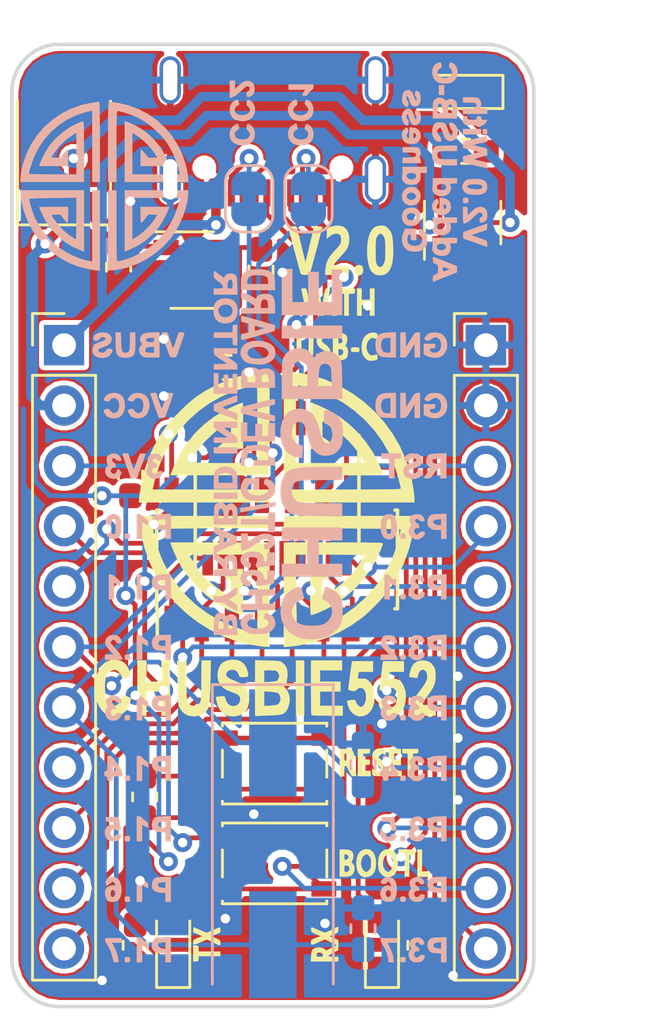
<source format=kicad_pcb>
(kicad_pcb (version 20171130) (host pcbnew "(5.0.0)")
  (layers (0 F.Cu signal) (31 B.Cu signal) (34 B.Paste user hide) (35 F.Paste user hide) (36 B.SilkS user) (37 F.SilkS user) (38 B.Mask user hide) (39 F.Mask user hide) (44 Edge.Cuts user))
  (net 0 "")
  (net 1 VCC)
  (net 2 /RESET)
  (net 3 "Net-(D3-Pad2)")
  (net 4 /P3.0)
  (net 5 /P3.1)
  (net 6 GND)
  (net 7 /P3.6)
  (net 8 /P1.5)
  (net 9 +3V3)
  (net 10 /P1.2)
  (net 11 /P1.3)
  (net 12 /P3.7)
  (net 13 /P3.5)
  (net 14 /P3.4)
  (net 15 /P3.3)
  (net 16 /P1.1)
  (net 17 /P1.0)
  (net 18 /P1.7)
  (net 19 /P1.6)
  (net 20 /P1.4)
  (net 21 /P3.2)
  (net 22 "Net-(D2-Pad1)")
  (net 23 "Net-(D1-Pad1)")
  (net 24 /CC1)
  (net 25 "Net-(J3-PadB8)")
  (net 26 "Net-(J3-PadA8)")
  (net 27 /CC2)
  (net 28 VBUS)
  (net 29 "Net-(U3-Pad4)")
  (module Package_TO_SOT_SMD:SOT-23-5 (layer F.Cu) (at 81.6 70.5)
    (fp_text reference U3 hide)
    (fp_text value MIC5504-3.3YM5)
    (pad 1 smd rect (at -1.1 -0.95) (size 1.06 0.65) (layers F.Cu F.Paste F.Mask) (net 1 VCC))
    (pad 2 smd rect (at -1.1 0) (size 1.06 0.65) (layers F.Cu F.Paste F.Mask) (net 6 GND))
    (pad 3 smd rect (at -1.1 0.95) (size 1.06 0.65) (layers F.Cu F.Paste F.Mask) (net 1 VCC))
    (pad 4 smd rect (at 1.1 0.95) (size 1.06 0.65) (layers F.Cu F.Paste F.Mask) (net 29 "Net-(U3-Pad4)"))
    (pad 5 smd rect (at 1.1 -0.95) (size 1.06 0.65) (layers F.Cu F.Paste F.Mask) (net 9 +3V3))
  )
  (module Capacitor_SMD:C_0603_1608Metric_Pad1.05x0.95mm_HandSolder (layer F.Cu) (at 79 79.125 90)
    (fp_text reference C1 hide)
    (fp_text value 100nF hide)
    (pad 2 smd roundrect (at 0.875 0 90) (size 1.05 0.95) (layers F.Cu F.Paste F.Mask) (net 6 GND))
    (pad 1 smd roundrect (at -0.875 0 90) (size 1.05 0.95) (layers F.Cu F.Paste F.Mask) (net 1 VCC))
  )
  (module Capacitor_SMD:C_0603_1608Metric_Pad1.05x0.95mm_HandSolder (layer F.Cu) (at 84.5 70.5 270)
    (fp_text reference C7 hide)
    (fp_text value 1uF)
    (pad 1 smd roundrect (at -0.875 0 270) (size 1.05 0.95) (layers F.Cu F.Paste F.Mask) (net 9 +3V3))
    (pad 2 smd roundrect (at 0.875 0 270) (size 1.05 0.95) (layers F.Cu F.Paste F.Mask) (net 6 GND))
  )
  (module Connector_PinHeader_2.54mm:PinHeader_1x11_P2.54mm_Vertical (layer F.Cu) (at 76.2 73.66)
    (fp_text reference J1 hide)
    (fp_text value Conn_01x11_Male hide)
    (pad 11 thru_hole oval (at 0 25.4) (size 1.7 1.7) (drill 1) (layers *.Cu *.Mask) (net 18 /P1.7))
    (pad 10 thru_hole oval (at 0 22.86) (size 1.7 1.7) (drill 1) (layers *.Cu *.Mask) (net 19 /P1.6))
    (pad 9 thru_hole oval (at 0 20.32) (size 1.7 1.7) (drill 1) (layers *.Cu *.Mask) (net 8 /P1.5))
    (pad 8 thru_hole oval (at 0 17.78) (size 1.7 1.7) (drill 1) (layers *.Cu *.Mask) (net 20 /P1.4))
    (pad 7 thru_hole oval (at 0 15.24) (size 1.7 1.7) (drill 1) (layers *.Cu *.Mask) (net 11 /P1.3))
    (pad 6 thru_hole oval (at 0 12.7) (size 1.7 1.7) (drill 1) (layers *.Cu *.Mask) (net 10 /P1.2))
    (pad 5 thru_hole oval (at 0 10.16) (size 1.7 1.7) (drill 1) (layers *.Cu *.Mask) (net 16 /P1.1))
    (pad 4 thru_hole oval (at 0 7.62) (size 1.7 1.7) (drill 1) (layers *.Cu *.Mask) (net 17 /P1.0))
    (pad 3 thru_hole oval (at 0 5.08) (size 1.7 1.7) (drill 1) (layers *.Cu *.Mask) (net 9 +3V3))
    (pad 2 thru_hole oval (at 0 2.54) (size 1.7 1.7) (drill 1) (layers *.Cu *.Mask) (net 1 VCC))
    (pad 1 thru_hole rect (at 0 0) (size 1.7 1.7) (drill 1) (layers *.Cu *.Mask) (net 28 VBUS))
  )
  (module Connector_PinHeader_2.54mm:PinHeader_1x11_P2.54mm_Vertical (layer F.Cu) (at 93.98 73.66)
    (fp_text reference J2 hide)
    (fp_text value Conn_01x11_Male)
    (pad 1 thru_hole rect (at 0 0) (size 1.7 1.7) (drill 1) (layers *.Cu *.Mask) (net 6 GND))
    (pad 2 thru_hole oval (at 0 2.54) (size 1.7 1.7) (drill 1) (layers *.Cu *.Mask) (net 6 GND))
    (pad 3 thru_hole oval (at 0 5.08) (size 1.7 1.7) (drill 1) (layers *.Cu *.Mask) (net 2 /RESET))
    (pad 4 thru_hole oval (at 0 7.62) (size 1.7 1.7) (drill 1) (layers *.Cu *.Mask) (net 4 /P3.0))
    (pad 5 thru_hole oval (at 0 10.16) (size 1.7 1.7) (drill 1) (layers *.Cu *.Mask) (net 5 /P3.1))
    (pad 6 thru_hole oval (at 0 12.7) (size 1.7 1.7) (drill 1) (layers *.Cu *.Mask) (net 21 /P3.2))
    (pad 7 thru_hole oval (at 0 15.24) (size 1.7 1.7) (drill 1) (layers *.Cu *.Mask) (net 15 /P3.3))
    (pad 8 thru_hole oval (at 0 17.78) (size 1.7 1.7) (drill 1) (layers *.Cu *.Mask) (net 14 /P3.4))
    (pad 9 thru_hole oval (at 0 20.32) (size 1.7 1.7) (drill 1) (layers *.Cu *.Mask) (net 13 /P3.5))
    (pad 10 thru_hole oval (at 0 22.86) (size 1.7 1.7) (drill 1) (layers *.Cu *.Mask) (net 7 /P3.6))
    (pad 11 thru_hole oval (at 0 25.4) (size 1.7 1.7) (drill 1) (layers *.Cu *.Mask) (net 12 /P3.7))
  )
  (module Diode_SMD:D_1812_4532Metric (layer F.Cu) (at 76.2 65.6375 90)
    (fp_text reference D4 hide)
    (fp_text value D_ALT)
    (pad 1 smd roundrect (at -2.1375 0 90) (size 1.125 3.4) (layers F.Cu F.Paste F.Mask) (roundrect_rratio 0.222222) (net 1 VCC))
    (pad 2 smd roundrect (at 2.1375 0 90) (size 1.125 3.4) (layers F.Cu F.Paste F.Mask) (roundrect_rratio 0.222222) (net 6 GND))
  )
  (module Jumper:SolderJumper-2_P1.3mm_Bridged_RoundedPad1.0x1.5mm (layer B.Cu) (at 86.5 67.5 270)
    (fp_text reference JP1 hide)
    (fp_text value Jumper)
    (pad 2 smd custom (at 0.65 0 270) (size 1 0.5) (layers B.Cu B.Mask) (net 20 /P1.4) (options (clearance outline) (anchor rect)) (primitives (gr_circle (center 0 -0.25) (end 0.5 -0.25) (width 0)) (gr_circle (center 0 0.25) (end 0.5 0.25) (width 0)) (gr_poly (pts (xy 0 0.75) (xy -0.5 0.75) (xy -0.5 -0.75) (xy 0 -0.75)) (width 0))))
    (pad 1 smd custom (at -0.65 0 270) (size 1 0.5) (layers B.Cu B.Mask) (net 24 /CC1) (options (clearance outline) (anchor rect)) (primitives (gr_circle (center 0 -0.25) (end 0.5 -0.25) (width 0)) (gr_circle (center 0 0.25) (end 0.5 0.25) (width 0)) (gr_poly (pts (xy 0 0.75) (xy 0.5 0.75) (xy 0.5 -0.75) (xy 0 -0.75)) (width 0)) (gr_poly (pts (xy 0.9 0.3) (xy 0.4 0.3) (xy 0.4 -0.3) (xy 0.9 -0.3)) (width 0))))
  )
  (module Jumper:SolderJumper-2_P1.3mm_Bridged_RoundedPad1.0x1.5mm (layer B.Cu) (at 84 67.5 270)
    (fp_text reference JP2 hide)
    (fp_text value Jumper)
    (pad 1 smd custom (at -0.65 0 270) (size 1 0.5) (layers B.Cu B.Mask) (net 27 /CC2) (options (clearance outline) (anchor rect)) (primitives (gr_circle (center 0 -0.25) (end 0.5 -0.25) (width 0)) (gr_circle (center 0 0.25) (end 0.5 0.25) (width 0)) (gr_poly (pts (xy 0 0.75) (xy 0.5 0.75) (xy 0.5 -0.75) (xy 0 -0.75)) (width 0)) (gr_poly (pts (xy 0.9 0.3) (xy 0.4 0.3) (xy 0.4 -0.3) (xy 0.9 -0.3)) (width 0))))
    (pad 2 smd custom (at 0.65 0 270) (size 1 0.5) (layers B.Cu B.Mask) (net 8 /P1.5) (options (clearance outline) (anchor rect)) (primitives (gr_circle (center 0 -0.25) (end 0.5 -0.25) (width 0)) (gr_circle (center 0 0.25) (end 0.5 0.25) (width 0)) (gr_poly (pts (xy 0 0.75) (xy -0.5 0.75) (xy -0.5 -0.75) (xy 0 -0.75)) (width 0))))
  )
  (module TO_SOT_Packages_SMD:SOT-23-6 (layer F.Cu) (at 93 68.5 90)
    (fp_text reference Q1 hide)
    (fp_text value CPH6337)
    (pad 5 smd rect (at 1.1 0 90) (size 1.06 0.65) (layers F.Cu F.Paste F.Mask) (net 28 VBUS))
    (pad 6 smd rect (at 1.1 -0.95 90) (size 1.06 0.65) (layers F.Cu F.Paste F.Mask) (net 28 VBUS))
    (pad 4 smd rect (at 1.1 0.95 90) (size 1.06 0.65) (layers F.Cu F.Paste F.Mask) (net 1 VCC))
    (pad 3 smd rect (at -1.1 0.95 90) (size 1.06 0.65) (layers F.Cu F.Paste F.Mask) (net 1 VCC))
    (pad 2 smd rect (at -1.1 0 90) (size 1.06 0.65) (layers F.Cu F.Paste F.Mask) (net 28 VBUS))
    (pad 1 smd rect (at -1.1 -0.95 90) (size 1.06 0.65) (layers F.Cu F.Paste F.Mask) (net 28 VBUS))
  )
  (module footprint:VACON_CSP_USC16_TR (layer F.Cu) (at 85 66.68 180)
    (fp_text reference J3 hide)
    (fp_text value USB_C_Receptacle)
    (pad 1 thru_hole oval (at 4.325 0 180) (size 0.9 2) (drill oval 0.6 1.7) (layers *.Cu *.Mask) (net 6 GND))
    (pad 1 thru_hole oval (at -4.325 0 180) (size 0.9 2) (drill oval 0.6 1.7) (layers *.Cu *.Mask) (net 6 GND))
    (pad S1 thru_hole oval (at -4.325 4.18 180) (size 0.9 2) (drill oval 0.6 1.7) (layers *.Cu *.Mask) (net 6 GND))
    (pad S1 thru_hole oval (at 4.325 4.18 180) (size 0.9 2) (drill oval 0.6 1.7) (layers *.Cu *.Mask) (net 6 GND))
    (pad "" np_thru_hole circle (at 2.89 0.5 180) (size 0.6 0.6) (drill 0.6) (layers *.Cu *.Mask))
    (pad A7 smd rect (at 0.25 -0.57 180) (size 0.3 1.14) (layers F.Cu F.Paste F.Mask) (net 12 /P3.7))
    (pad A6 smd rect (at -0.25 -0.57 180) (size 0.3 1.14) (layers F.Cu F.Paste F.Mask) (net 7 /P3.6))
    (pad B7 smd rect (at -0.75 -0.57 180) (size 0.3 1.14) (layers F.Cu F.Paste F.Mask) (net 12 /P3.7))
    (pad B6 smd rect (at 0.75 -0.57 180) (size 0.3 1.14) (layers F.Cu F.Paste F.Mask) (net 7 /P3.6))
    (pad A5 smd rect (at -1.25 -0.57 180) (size 0.3 1.14) (layers F.Cu F.Paste F.Mask) (net 24 /CC1))
    (pad B8 smd rect (at -1.75 -0.57 180) (size 0.3 1.14) (layers F.Cu F.Paste F.Mask) (net 25 "Net-(J3-PadB8)"))
    (pad A8 smd rect (at 1.25 -0.57 180) (size 0.3 1.14) (layers F.Cu F.Paste F.Mask) (net 26 "Net-(J3-PadA8)"))
    (pad B5 smd rect (at 1.75 -0.57 180) (size 0.3 1.14) (layers F.Cu F.Paste F.Mask) (net 27 /CC2))
    (pad "" np_thru_hole circle (at -2.89 0.5 180) (size 0.6 0.6) (drill 0.6) (layers *.Cu *.Mask))
    (pad B9 smd rect (at -2.5 -0.57 180) (size 0.3 1.14) (layers F.Cu F.Paste F.Mask) (net 28 VBUS))
    (pad A4 smd rect (at -2.25 -0.57 180) (size 0.3 1.14) (layers F.Cu F.Paste F.Mask) (net 28 VBUS))
    (pad B12 smd rect (at -3.05 -0.57 180) (size 0.3 1.14) (layers F.Cu F.Paste F.Mask) (net 6 GND))
    (pad A1 smd rect (at -3.35 -0.57 180) (size 0.3 1.14) (layers F.Cu F.Paste F.Mask) (net 6 GND))
    (pad B4 smd rect (at 2.25 -0.57 180) (size 0.3 1.14) (layers F.Cu F.Paste F.Mask) (net 28 VBUS))
    (pad A9 smd rect (at 2.55 -0.57 180) (size 0.3 1.14) (layers F.Cu F.Paste F.Mask) (net 28 VBUS))
    (pad B1 smd rect (at 3.05 -0.57 180) (size 0.3 1.14) (layers F.Cu F.Paste F.Mask) (net 6 GND))
    (pad A12 smd rect (at 3.35 -0.57 180) (size 0.3 1.14) (layers F.Cu F.Paste F.Mask) (net 6 GND))
  )
  (module Button_Switch_SMD:SW_SPST_PTS810 (layer F.Cu) (at 85.075 91.275)
    (fp_text reference SW2 hide)
    (fp_text value SW_Push hide)
    (pad 2 smd rect (at 2.075 1.075) (size 1.05 0.65) (layers F.Cu F.Paste F.Mask) (net 1 VCC))
    (pad 2 smd rect (at -2.075 1.075) (size 1.05 0.65) (layers F.Cu F.Paste F.Mask) (net 1 VCC))
    (pad 1 smd rect (at 2.075 -1.075) (size 1.05 0.65) (layers F.Cu F.Paste F.Mask) (net 2 /RESET))
    (pad 1 smd rect (at -2.075 -1.075) (size 1.05 0.65) (layers F.Cu F.Paste F.Mask) (net 2 /RESET))
  )
  (module Button_Switch_SMD:SW_SPST_PTS810 (layer F.Cu) (at 85.075 95.475)
    (fp_text reference SW1 hide)
    (fp_text value SW_Push hide)
    (pad 1 smd rect (at -2.075 -1.075) (size 1.05 0.65) (layers F.Cu F.Paste F.Mask) (net 9 +3V3))
    (pad 1 smd rect (at 2.075 -1.075) (size 1.05 0.65) (layers F.Cu F.Paste F.Mask) (net 9 +3V3))
    (pad 2 smd rect (at -2.075 1.075) (size 1.05 0.65) (layers F.Cu F.Paste F.Mask) (net 7 /P3.6))
    (pad 2 smd rect (at 2.075 1.075) (size 1.05 0.65) (layers F.Cu F.Paste F.Mask) (net 7 /P3.6))
  )
  (module Capacitor_SMD:C_0603_1608Metric_Pad1.05x0.95mm_HandSolder (layer B.Cu) (at 88.8 91.325 90)
    (fp_text reference C5 hide)
    (fp_text value 100uF)
    (pad 2 smd roundrect (at 0.875 0 90) (size 1.05 0.95) (layers B.Cu B.Paste B.Mask) (net 6 GND))
    (pad 1 smd roundrect (at -0.875 0 90) (size 1.05 0.95) (layers B.Cu B.Paste B.Mask) (net 10 /P1.2))
  )
  (module Capacitor_SMD:C_0603_1608Metric_Pad1.05x0.95mm_HandSolder (layer B.Cu) (at 88.8 98.225 90)
    (fp_text reference C6 hide)
    (fp_text value 100uF hide)
    (pad 1 smd roundrect (at -0.875 0 90) (size 1.05 0.95) (layers B.Cu B.Paste B.Mask) (net 11 /P1.3))
    (pad 2 smd roundrect (at 0.875 0 90) (size 1.05 0.95) (layers B.Cu B.Paste B.Mask) (net 6 GND))
  )
  (module Crystal:Crystal_SMD_HC49-SD (layer B.Cu) (at 85 94.65 270)
    (fp_text reference Y1 hide)
    (fp_text value Crystal hide)
    (pad 1 smd rect (at -4.25 0 270) (size 4.5 2) (layers B.Cu B.Paste B.Mask) (net 10 /P1.2))
    (pad 2 smd rect (at 4.25 0 270) (size 4.5 2) (layers B.Cu B.Paste B.Mask) (net 11 /P1.3))
  )
  (module Capacitor_SMD:C_0603_1608Metric_Pad1.05x0.95mm_HandSolder (layer F.Cu) (at 83.075 74.6)
    (fp_text reference C2 hide)
    (fp_text value 100nF hide)
    (pad 1 smd roundrect (at -0.875 0) (size 1.05 0.95) (layers F.Cu F.Paste F.Mask) (net 9 +3V3))
    (pad 2 smd roundrect (at 0.875 0) (size 1.05 0.95) (layers F.Cu F.Paste F.Mask) (net 6 GND))
  )
  (module Capacitor_SMD:C_0603_1608Metric_Pad1.05x0.95mm_HandSolder (layer F.Cu) (at 79.6 92.675 90)
    (fp_text reference C3 hide)
    (fp_text value 100uF)
    (pad 2 smd roundrect (at 0.875 0 90) (size 1.05 0.95) (layers F.Cu F.Paste F.Mask) (net 2 /RESET))
    (pad 1 smd roundrect (at -0.875 0 90) (size 1.05 0.95) (layers F.Cu F.Paste F.Mask) (net 1 VCC))
  )
  (module Capacitor_SMD:C_0603_1608Metric_Pad1.05x0.95mm_HandSolder (layer F.Cu) (at 78.5 70.375 270)
    (fp_text reference C4 hide)
    (fp_text value 1uF hide)
    (pad 1 smd roundrect (at -0.875 0 270) (size 1.05 0.95) (layers F.Cu F.Paste F.Mask) (net 1 VCC))
    (pad 2 smd roundrect (at 0.875 0 270) (size 1.05 0.95) (layers F.Cu F.Paste F.Mask) (net 6 GND))
  )
  (module Housings_SOIC:SOIC-16_3.9x9.9mm_Pitch1.27mm (layer F.Cu) (at 85.179192 82.68002 90)
    (fp_text reference U2 hide)
    (fp_text value CH552G hide)
    (pad 16 smd rect (at 2.7 -4.445 90) (size 1.5 0.6) (layers F.Cu F.Paste F.Mask) (net 9 +3V3))
    (pad 15 smd rect (at 2.7 -3.175 90) (size 1.5 0.6) (layers F.Cu F.Paste F.Mask) (net 1 VCC))
    (pad 14 smd rect (at 2.7 -1.905 90) (size 1.5 0.6) (layers F.Cu F.Paste F.Mask) (net 6 GND))
    (pad 13 smd rect (at 2.7 -0.635 90) (size 1.5 0.6) (layers F.Cu F.Paste F.Mask) (net 12 /P3.7))
    (pad 12 smd rect (at 2.7 0.635 90) (size 1.5 0.6) (layers F.Cu F.Paste F.Mask) (net 7 /P3.6))
    (pad 11 smd rect (at 2.7 1.905 90) (size 1.5 0.6) (layers F.Cu F.Paste F.Mask) (net 14 /P3.4))
    (pad 10 smd rect (at 2.7 3.175 90) (size 1.5 0.6) (layers F.Cu F.Paste F.Mask) (net 15 /P3.3))
    (pad 9 smd rect (at 2.7 4.445 90) (size 1.5 0.6) (layers F.Cu F.Paste F.Mask) (net 16 /P1.1))
    (pad 8 smd rect (at -2.7 4.445 90) (size 1.5 0.6) (layers F.Cu F.Paste F.Mask) (net 4 /P3.0))
    (pad 7 smd rect (at -2.7 3.175 90) (size 1.5 0.6) (layers F.Cu F.Paste F.Mask) (net 5 /P3.1))
    (pad 6 smd rect (at -2.7 1.905 90) (size 1.5 0.6) (layers F.Cu F.Paste F.Mask) (net 2 /RESET))
    (pad 5 smd rect (at -2.7 0.635 90) (size 1.5 0.6) (layers F.Cu F.Paste F.Mask) (net 18 /P1.7))
    (pad 4 smd rect (at -2.7 -0.635 90) (size 1.5 0.6) (layers F.Cu F.Paste F.Mask) (net 19 /P1.6))
    (pad 3 smd rect (at -2.7 -1.905 90) (size 1.5 0.6) (layers F.Cu F.Paste F.Mask) (net 8 /P1.5))
    (pad 2 smd rect (at -2.7 -3.175 90) (size 1.5 0.6) (layers F.Cu F.Paste F.Mask) (net 20 /P1.4))
    (pad 1 smd rect (at -2.7 -4.445 90) (size 1.5 0.6) (layers F.Cu F.Paste F.Mask) (net 21 /P3.2))
  )
  (module Housings_SSOP:TSSOP-20_4.4x6.5mm_Pitch0.65mm (layer F.Cu) (at 85.179192 79.68002 90)
    (fp_text reference U1 hide)
    (fp_text value CH552T hide)
    (pad 20 smd rect (at 2.95 -2.925 90) (size 1.45 0.45) (layers F.Cu F.Paste F.Mask) (net 9 +3V3))
    (pad 19 smd rect (at 2.95 -2.275 90) (size 1.45 0.45) (layers F.Cu F.Paste F.Mask) (net 1 VCC))
    (pad 18 smd rect (at 2.95 -1.625 90) (size 1.45 0.45) (layers F.Cu F.Paste F.Mask) (net 6 GND))
    (pad 17 smd rect (at 2.95 -0.975 90) (size 1.45 0.45) (layers F.Cu F.Paste F.Mask) (net 10 /P1.2))
    (pad 16 smd rect (at 2.95 -0.325 90) (size 1.45 0.45) (layers F.Cu F.Paste F.Mask) (net 11 /P1.3))
    (pad 15 smd rect (at 2.95 0.325 90) (size 1.45 0.45) (layers F.Cu F.Paste F.Mask) (net 12 /P3.7))
    (pad 14 smd rect (at 2.95 0.975 90) (size 1.45 0.45) (layers F.Cu F.Paste F.Mask) (net 7 /P3.6))
    (pad 13 smd rect (at 2.95 1.625 90) (size 1.45 0.45) (layers F.Cu F.Paste F.Mask) (net 13 /P3.5))
    (pad 12 smd rect (at 2.95 2.275 90) (size 1.45 0.45) (layers F.Cu F.Paste F.Mask) (net 14 /P3.4))
    (pad 11 smd rect (at 2.95 2.925 90) (size 1.45 0.45) (layers F.Cu F.Paste F.Mask) (net 15 /P3.3))
    (pad 10 smd rect (at -2.95 2.925 90) (size 1.45 0.45) (layers F.Cu F.Paste F.Mask) (net 4 /P3.0))
    (pad 9 smd rect (at -2.95 2.275 90) (size 1.45 0.45) (layers F.Cu F.Paste F.Mask) (net 5 /P3.1))
    (pad 8 smd rect (at -2.95 1.625 90) (size 1.45 0.45) (layers F.Cu F.Paste F.Mask) (net 16 /P1.1))
    (pad 7 smd rect (at -2.95 0.975 90) (size 1.45 0.45) (layers F.Cu F.Paste F.Mask) (net 17 /P1.0))
    (pad 6 smd rect (at -2.95 0.325 90) (size 1.45 0.45) (layers F.Cu F.Paste F.Mask) (net 2 /RESET))
    (pad 5 smd rect (at -2.95 -0.325 90) (size 1.45 0.45) (layers F.Cu F.Paste F.Mask) (net 18 /P1.7))
    (pad 4 smd rect (at -2.95 -0.975 90) (size 1.45 0.45) (layers F.Cu F.Paste F.Mask) (net 19 /P1.6))
    (pad 3 smd rect (at -2.95 -1.625 90) (size 1.45 0.45) (layers F.Cu F.Paste F.Mask) (net 8 /P1.5))
    (pad 2 smd rect (at -2.95 -2.275 90) (size 1.45 0.45) (layers F.Cu F.Paste F.Mask) (net 20 /P1.4))
    (pad 1 smd rect (at -2.95 -2.925 90) (size 1.45 0.45) (layers F.Cu F.Paste F.Mask) (net 21 /P3.2))
  )
  (module LEDs:LED_0805 (layer F.Cu) (at 92.9 63 180)
    (fp_text reference D3 hide)
    (fp_text value LED hide)
    (pad 1 smd rect (at -1.1 0) (size 1.2 1.2) (layers F.Cu F.Paste F.Mask) (net 6 GND))
    (pad 2 smd rect (at 1.1 0) (size 1.2 1.2) (layers F.Cu F.Paste F.Mask) (net 3 "Net-(D3-Pad2)"))
  )
  (module LEDs:LED_0805 (layer F.Cu) (at 80.8 98.9 90)
    (fp_text reference D2 hide)
    (fp_text value LED)
    (pad 2 smd rect (at 1.1 0 270) (size 1.2 1.2) (layers F.Cu F.Paste F.Mask) (net 5 /P3.1))
    (pad 1 smd rect (at -1.1 0 270) (size 1.2 1.2) (layers F.Cu F.Paste F.Mask) (net 22 "Net-(D2-Pad1)"))
  )
  (module LEDs:LED_0805 (layer F.Cu) (at 89.6 98.9 90)
    (fp_text reference D1 hide)
    (fp_text value LED hide)
    (pad 1 smd rect (at -1.1 0 270) (size 1.2 1.2) (layers F.Cu F.Paste F.Mask) (net 23 "Net-(D1-Pad1)"))
    (pad 2 smd rect (at 1.1 0 270) (size 1.2 1.2) (layers F.Cu F.Paste F.Mask) (net 4 /P3.0))
  )
  (module Resistor_SMD:R_0603_1608Metric_Pad1.05x0.95mm_HandSolder (layer F.Cu) (at 79.2 98.925 90)
    (fp_text reference R4 hide)
    (fp_text value 330r)
    (pad 1 smd roundrect (at -0.875 0 90) (size 1.05 0.95) (layers F.Cu F.Paste F.Mask) (net 6 GND))
    (pad 2 smd roundrect (at 0.875 0 90) (size 1.05 0.95) (layers F.Cu F.Paste F.Mask) (net 22 "Net-(D2-Pad1)"))
  )
  (module Resistor_SMD:R_0603_1608Metric_Pad1.05x0.95mm_HandSolder (layer F.Cu) (at 93.125 65.5)
    (fp_text reference R5 hide)
    (fp_text value 300r hide)
    (pad 2 smd roundrect (at 0.875 0) (size 1.05 0.95) (layers F.Cu F.Paste F.Mask) (net 3 "Net-(D3-Pad2)"))
    (pad 1 smd roundrect (at -0.875 0) (size 1.05 0.95) (layers F.Cu F.Paste F.Mask) (net 1 VCC))
  )
  (module Resistor_SMD:R_0603_1608Metric_Pad1.05x0.95mm_HandSolder (layer F.Cu) (at 91.2 98.925 90)
    (fp_text reference R3 hide)
    (fp_text value 330r)
    (pad 1 smd roundrect (at -0.875 0 90) (size 1.05 0.95) (layers F.Cu F.Paste F.Mask) (net 6 GND))
    (pad 2 smd roundrect (at 0.875 0 90) (size 1.05 0.95) (layers F.Cu F.Paste F.Mask) (net 23 "Net-(D1-Pad1)"))
  )
  (module ArtandSilks:v2front (layer F.Cu) (at 84.7 84.1)
    (fp_text reference G*** hide)
    (fp_text value LOGO hide)
  )
  (module ArtandSilks:v2back (layer B.Cu) (at 84.2 80.7 180)
    (fp_text reference G*** hide)
    (fp_text value LOGO hide)
  )
  (gr_arc (start 76 63) (end 76 61) (angle -90) (layer Edge.Cuts) (width 0.15))
  (gr_arc (start 76 99.5) (end 74 99.5) (angle -90) (layer Edge.Cuts) (width 0.15))
  (gr_arc (start 94 99.5) (end 94 101.5) (angle -90) (layer Edge.Cuts) (width 0.15))
  (gr_arc (start 94 63) (end 96 63) (angle -90) (layer Edge.Cuts) (width 0.15))
  (gr_line (start 94 101.5) (end 76 101.5) (layer Edge.Cuts) (width 0.15))
  (gr_line (start 96 63) (end 96 99.5) (layer Edge.Cuts) (width 0.15))
  (gr_line (start 76 61) (end 94 61) (layer Edge.Cuts) (width 0.15))
  (gr_line (start 74 99.5) (end 74 63) (layer Edge.Cuts) (width 0.15))
  (segment (start 93.95 67.4) (end 93.95 66.95) (width 0.2) (layer F.Cu) (net 1))
  (segment (start 92.5 65.5) (end 92.25 65.5) (width 0.2) (layer F.Cu) (net 1))
  (segment (start 93.95 66.95) (end 92.5 65.5) (width 0.2) (layer F.Cu) (net 1))
  (via (at 95 68.5) (size 0.8) (drill 0.4) (layers F.Cu B.Cu) (net 1))
  (segment (start 93.95 68.5) (end 95 68.5) (width 0.2) (layer F.Cu) (net 1))
  (segment (start 93.95 68.5) (end 93.95 67.4) (width 0.2) (layer F.Cu) (net 1))
  (segment (start 93.95 69.6) (end 93.95 68.5) (width 0.2) (layer F.Cu) (net 1))
  (via (at 76.6 65.8) (size 0.8) (drill 0.4) (layers F.Cu B.Cu) (net 1))
  (segment (start 76.5 67.475) (end 76.2 67.775) (width 0.2) (layer F.Cu) (net 1))
  (segment (start 76.5 66) (end 76.5 67.475) (width 0.2) (layer F.Cu) (net 1))
  (segment (start 76.775 67.775) (end 78.5 69.5) (width 0.2) (layer F.Cu) (net 1))
  (segment (start 76.2 67.775) (end 76.775 67.775) (width 0.2) (layer F.Cu) (net 1))
  (segment (start 80.45 69.5) (end 80.5 69.55) (width 0.2) (layer F.Cu) (net 1))
  (segment (start 78.5 69.5) (end 80.45 69.5) (width 0.2) (layer F.Cu) (net 1))
  (segment (start 80.5 71.45) (end 80.5 71.625) (width 0.2) (layer F.Cu) (net 1))
  (via (at 77.8 80) (size 0.8) (drill 0.4) (layers F.Cu B.Cu) (net 1))
  (segment (start 79 80) (end 77.8 80) (width 0.2) (layer F.Cu) (net 1))
  (segment (start 76.2 76.2) (end 76 76.2) (width 0.2) (layer B.Cu) (net 1))
  (segment (start 75 77.2) (end 75 79.4) (width 0.2) (layer B.Cu) (net 1))
  (segment (start 75.6 80) (end 77.8 80) (width 0.2) (layer B.Cu) (net 1))
  (segment (start 75 79.4) (end 75.6 80) (width 0.2) (layer B.Cu) (net 1))
  (via (at 75.4 69.4) (size 0.8) (drill 0.4) (layers F.Cu B.Cu) (net 1))
  (segment (start 75 77.2) (end 75 69.8) (width 0.2) (layer B.Cu) (net 1))
  (segment (start 75 69.8) (end 75.4 69.4) (width 0.2) (layer B.Cu) (net 1))
  (segment (start 80.5 69.55) (end 81.15 69.55) (width 0.2) (layer F.Cu) (net 1))
  (segment (start 81.15 69.55) (end 81.6 70) (width 0.2) (layer F.Cu) (net 1))
  (segment (start 81.6 70) (end 81.6 71.2) (width 0.2) (layer F.Cu) (net 1))
  (segment (start 81.35 71.45) (end 80.5 71.45) (width 0.2) (layer F.Cu) (net 1))
  (segment (start 81.6 71.2) (end 81.35 71.45) (width 0.2) (layer F.Cu) (net 1))
  (segment (start 81.8 93.55) (end 83 92.35) (width 0.2) (layer F.Cu) (net 1))
  (segment (start 79.6 93.55) (end 81.8 93.55) (width 0.2) (layer F.Cu) (net 1))
  (segment (start 83 92.35) (end 87.15 92.35) (width 0.2) (layer F.Cu) (net 1))
  (segment (start 77.8 80) (end 78.8 80) (width 0.2) (layer B.Cu) (net 1))
  (via (at 78.8 84.2) (size 0.8) (drill 0.4) (layers F.Cu B.Cu) (net 1))
  (segment (start 78.8 84.2) (end 78.8 80) (width 0.2) (layer B.Cu) (net 1))
  (segment (start 79.6 94.4) (end 79.6 93.55) (width 0.2) (layer F.Cu) (net 1))
  (segment (start 80.6 95.4) (end 79.6 94.4) (width 0.2) (layer F.Cu) (net 1))
  (via (at 80.6 95.4) (size 0.8) (drill 0.4) (layers F.Cu B.Cu) (net 1))
  (segment (start 80.2 95) (end 80.6 95.4) (width 0.2) (layer B.Cu) (net 1))
  (segment (start 80.2 89.4) (end 80.2 95) (width 0.2) (layer B.Cu) (net 1))
  (segment (start 79.2 88.4) (end 80.2 89.4) (width 0.2) (layer B.Cu) (net 1))
  (via (at 79.2 88.4) (size 0.8) (drill 0.4) (layers F.Cu B.Cu) (net 1))
  (segment (start 82.004192 78.804192) (end 82.004192 79.98002) (width 0.2) (layer F.Cu) (net 1))
  (segment (start 81.6 78.4) (end 80 80) (width 0.2) (layer B.Cu) (net 1))
  (segment (start 80 80) (end 78.8 80) (width 0.2) (layer B.Cu) (net 1))
  (segment (start 81.6 78.4) (end 82.004192 78.804192) (width 0.2) (layer F.Cu) (net 1))
  (via (at 81.6 78.4) (size 0.8) (drill 0.4) (layers F.Cu B.Cu) (net 1))
  (segment (start 79.2 84.6) (end 78.8 84.2) (width 0.2) (layer F.Cu) (net 1))
  (segment (start 79.2 88.4) (end 79.2 84.6) (width 0.2) (layer F.Cu) (net 1))
  (segment (start 76.5 65.9) (end 76.5 66) (width 0.2) (layer B.Cu) (net 1))
  (segment (start 78.2 64.2) (end 76.5 65.9) (width 0.2) (layer B.Cu) (net 1))
  (segment (start 76.6 65.8) (end 78.2 64.2) (width 0.4) (layer B.Cu) (net 1))
  (segment (start 95 66.5) (end 94.9 66.4) (width 0.2) (layer B.Cu) (net 1))
  (segment (start 95 66.5) (end 95 68.5) (width 0.4) (layer B.Cu) (net 1))
  (segment (start 92.7 64.2) (end 94.9 66.4) (width 0.4) (layer B.Cu) (net 1))
  (segment (start 88.8 64.2) (end 92.7 64.2) (width 0.4) (layer B.Cu) (net 1))
  (segment (start 87.8 63.2) (end 88.8 64.2) (width 0.4) (layer B.Cu) (net 1))
  (segment (start 82 63.2) (end 87.8 63.2) (width 0.4) (layer B.Cu) (net 1))
  (segment (start 78.2 64.2) (end 81 64.2) (width 0.4) (layer B.Cu) (net 1))
  (segment (start 81 64.2) (end 82 63.2) (width 0.4) (layer B.Cu) (net 1))
  (segment (start 82.904192 76.73002) (end 82.904192 77.695808) (width 0.2) (layer F.Cu) (net 1))
  (segment (start 82.2 78.4) (end 81.6 78.4) (width 0.2) (layer F.Cu) (net 1))
  (segment (start 82.904192 77.695808) (end 82.2 78.4) (width 0.2) (layer F.Cu) (net 1))
  (segment (start 76.6 67.375) (end 76.2 67.775) (width 0.4) (layer F.Cu) (net 1))
  (segment (start 76.6 65.8) (end 76.6 67.375) (width 0.4) (layer F.Cu) (net 1))
  (segment (start 76.2 67.775) (end 76.2 68.6) (width 0.4) (layer F.Cu) (net 1))
  (segment (start 76 68.8) (end 75.4 69.4) (width 0.4) (layer F.Cu) (net 1))
  (segment (start 76 68.8) (end 76.2 68.6) (width 0.2) (layer F.Cu) (net 1))
  (segment (start 75.2 76.2) (end 76.2 76.2) (width 0.4) (layer B.Cu) (net 1))
  (segment (start 74.8 75.8) (end 75.2 76.2) (width 0.4) (layer B.Cu) (net 1))
  (segment (start 75.4 69.4) (end 74.8 70) (width 0.4) (layer B.Cu) (net 1))
  (segment (start 74.8 70) (end 74.8 75.8) (width 0.4) (layer B.Cu) (net 1))
  (segment (start 87.084192 85.084192) (end 87.084192 85.38002) (width 0.2) (layer F.Cu) (net 2))
  (segment (start 85.504192 82.63002) (end 85.504192 83.504192) (width 0.2) (layer F.Cu) (net 2))
  (segment (start 87.15 85.445828) (end 87.084192 85.38002) (width 0.2) (layer F.Cu) (net 2))
  (segment (start 87.15 90.2) (end 87.15 85.445828) (width 0.2) (layer F.Cu) (net 2))
  (via (at 86.6 84) (size 0.8) (drill 0.4) (layers F.Cu B.Cu) (net 2))
  (segment (start 86.4 84.2) (end 86.6 84) (width 0.2) (layer F.Cu) (net 2))
  (segment (start 86.2 84.2) (end 86.4 84.2) (width 0.2) (layer F.Cu) (net 2))
  (segment (start 86.2 84.2) (end 87.084192 85.084192) (width 0.2) (layer F.Cu) (net 2))
  (segment (start 85.504192 83.504192) (end 86.2 84.2) (width 0.2) (layer F.Cu) (net 2))
  (segment (start 86.6 84) (end 87 83.6) (width 0.2) (layer B.Cu) (net 2))
  (segment (start 87 83.6) (end 87 79.8) (width 0.2) (layer B.Cu) (net 2))
  (segment (start 88.06 78.74) (end 93.98 78.74) (width 0.2) (layer B.Cu) (net 2))
  (segment (start 87 79.8) (end 88.06 78.74) (width 0.2) (layer B.Cu) (net 2))
  (segment (start 83 90.2) (end 87.15 90.2) (width 0.2) (layer F.Cu) (net 2))
  (segment (start 81.4 91.8) (end 83 90.2) (width 0.2) (layer F.Cu) (net 2))
  (segment (start 79.6 91.8) (end 81.4 91.8) (width 0.2) (layer F.Cu) (net 2))
  (segment (start 91.8 63) (end 91.8 63.2) (width 0.2) (layer F.Cu) (net 3))
  (segment (start 94 65.4) (end 94 65.5) (width 0.2) (layer F.Cu) (net 3))
  (segment (start 91.8 63.2) (end 94 65.4) (width 0.2) (layer F.Cu) (net 3))
  (segment (start 88.104192 82.63002) (end 88.23002 82.63002) (width 0.2) (layer F.Cu) (net 4))
  (segment (start 89.624192 84.024192) (end 89.624192 85.38002) (width 0.2) (layer F.Cu) (net 4))
  (via (at 89 83) (size 0.8) (drill 0.4) (layers F.Cu B.Cu) (net 4))
  (segment (start 89 83.4) (end 89 83) (width 0.2) (layer F.Cu) (net 4))
  (segment (start 89 83.4) (end 89.624192 84.024192) (width 0.2) (layer F.Cu) (net 4))
  (segment (start 88.23002 82.63002) (end 89 83.4) (width 0.2) (layer F.Cu) (net 4))
  (segment (start 89 83) (end 92.6 83) (width 0.2) (layer B.Cu) (net 4))
  (segment (start 93.98 81.62) (end 93.98 81.28) (width 0.2) (layer B.Cu) (net 4))
  (segment (start 92.6 83) (end 93.98 81.62) (width 0.2) (layer B.Cu) (net 4))
  (segment (start 89.624192 85.38002) (end 89.624192 85.775808) (width 0.2) (layer F.Cu) (net 4))
  (segment (start 89.624192 85.775808) (end 88.6 86.8) (width 0.2) (layer F.Cu) (net 4))
  (segment (start 88.6 96.8) (end 89.6 97.8) (width 0.2) (layer F.Cu) (net 4))
  (segment (start 88.6 86.8) (end 88.6 96.8) (width 0.2) (layer F.Cu) (net 4))
  (segment (start 87.454192 82.63002) (end 87.454192 83.454192) (width 0.2) (layer F.Cu) (net 5))
  (segment (start 88.354192 84.354192) (end 88.354192 85.38002) (width 0.2) (layer F.Cu) (net 5))
  (via (at 88 84) (size 0.8) (drill 0.4) (layers F.Cu B.Cu) (net 5))
  (segment (start 88 84) (end 88.354192 84.354192) (width 0.2) (layer F.Cu) (net 5))
  (segment (start 87.454192 83.454192) (end 88 84) (width 0.2) (layer F.Cu) (net 5))
  (segment (start 88.18 83.82) (end 88 84) (width 0.2) (layer B.Cu) (net 5))
  (segment (start 93.98 83.82) (end 88.18 83.82) (width 0.2) (layer B.Cu) (net 5))
  (segment (start 80.8 97.8) (end 80.8 96.8) (width 0.2) (layer F.Cu) (net 5))
  (segment (start 80.8 96.8) (end 82.4 95.2) (width 0.2) (layer F.Cu) (net 5))
  (segment (start 82.4 95.2) (end 84.4 95.2) (width 0.2) (layer F.Cu) (net 5))
  (segment (start 84.4 95.2) (end 84.8 94.8) (width 0.2) (layer F.Cu) (net 5))
  (segment (start 84.8 94.8) (end 85.8 94.8) (width 0.2) (layer F.Cu) (net 5))
  (segment (start 85.8 94.8) (end 86.2 95.2) (width 0.2) (layer F.Cu) (net 5))
  (segment (start 86.2 95.2) (end 87.8 95.2) (width 0.2) (layer F.Cu) (net 5))
  (segment (start 87.8 95.2) (end 88 95) (width 0.2) (layer F.Cu) (net 5))
  (segment (start 88 85.734212) (end 88.354192 85.38002) (width 0.2) (layer F.Cu) (net 5))
  (segment (start 88 95) (end 88 85.734212) (width 0.2) (layer F.Cu) (net 5))
  (via (at 89 72) (size 0.8) (drill 0.4) (layers F.Cu B.Cu) (net 6))
  (via (at 84 74.8) (size 0.8) (drill 0.4) (layers F.Cu B.Cu) (net 6))
  (via (at 80.4 73.4) (size 0.8) (drill 0.4) (layers F.Cu B.Cu) (net 6))
  (via (at 80.4 75.8) (size 0.8) (drill 0.4) (layers F.Cu B.Cu) (net 6))
  (via (at 85.4 70.6) (size 0.8) (drill 0.4) (layers F.Cu B.Cu) (net 6))
  (via (at 79 67.6) (size 0.8) (drill 0.4) (layers F.Cu B.Cu) (net 6))
  (segment (start 83.554192 75.245808) (end 84 74.8) (width 0.2) (layer F.Cu) (net 6))
  (segment (start 83.554192 76.73002) (end 83.554192 75.245808) (width 0.2) (layer F.Cu) (net 6))
  (segment (start 83.554192 76.73002) (end 83.554192 77.845808) (width 0.2) (layer F.Cu) (net 6))
  (segment (start 83.554192 77.845808) (end 83 78.4) (width 0.2) (layer F.Cu) (net 6))
  (segment (start 83 79.705828) (end 83.274192 79.98002) (width 0.2) (layer F.Cu) (net 6))
  (segment (start 83 78.4) (end 83 79.705828) (width 0.2) (layer F.Cu) (net 6))
  (via (at 84.2 93.4) (size 0.8) (drill 0.4) (layers F.Cu B.Cu) (net 6))
  (via (at 89.6 89.6) (size 0.8) (drill 0.4) (layers F.Cu B.Cu) (net 6))
  (via (at 87.2 98) (size 0.8) (drill 0.4) (layers F.Cu B.Cu) (net 6))
  (via (at 92.6 100.2) (size 0.8) (drill 0.4) (layers F.Cu B.Cu) (net 6))
  (via (at 77.8 100.4) (size 0.8) (drill 0.4) (layers F.Cu B.Cu) (net 6))
  (via (at 79.4 96.2) (size 0.8) (drill 0.4) (layers F.Cu B.Cu) (net 6))
  (via (at 83 97.8) (size 0.8) (drill 0.4) (layers F.Cu B.Cu) (net 6))
  (via (at 92.8 90.2) (size 0.8) (drill 0.4) (layers F.Cu B.Cu) (net 6))
  (via (at 92.8 92.8) (size 0.8) (drill 0.4) (layers F.Cu B.Cu) (net 6))
  (via (at 92.8 87.6) (size 0.8) (drill 0.4) (layers F.Cu B.Cu) (net 6))
  (segment (start 86.154192 75.154192) (end 86.154192 76.73002) (width 0.2) (layer F.Cu) (net 7))
  (segment (start 84.25 67.25) (end 84.25 66.55) (width 0.2) (layer F.Cu) (net 7))
  (segment (start 84.25 66.55) (end 84.6 66.2) (width 0.2) (layer F.Cu) (net 7))
  (segment (start 84.6 66.2) (end 85 66.2) (width 0.2) (layer F.Cu) (net 7))
  (segment (start 85.25 66.45) (end 85.25 67.25) (width 0.2) (layer F.Cu) (net 7))
  (segment (start 85 66.2) (end 85.25 66.45) (width 0.2) (layer F.Cu) (net 7))
  (segment (start 87.15 96.55) (end 83 96.55) (width 0.2) (layer F.Cu) (net 7))
  (via (at 90.4 95.2) (size 0.8) (drill 0.4) (layers F.Cu B.Cu) (net 7))
  (segment (start 90.4 95.2) (end 91.72 96.52) (width 0.2) (layer B.Cu) (net 7))
  (segment (start 91.424223 94.175777) (end 90.4 95.2) (width 0.2) (layer F.Cu) (net 7))
  (segment (start 91.424223 77.224223) (end 91.424223 94.175777) (width 0.2) (layer F.Cu) (net 7))
  (segment (start 89 74.8) (end 91.424223 77.224223) (width 0.2) (layer F.Cu) (net 7))
  (segment (start 86.154192 75.154192) (end 86.508384 74.8) (width 0.2) (layer F.Cu) (net 7))
  (segment (start 86.508384 74.8) (end 89 74.8) (width 0.2) (layer F.Cu) (net 7))
  (segment (start 92 96.52) (end 93.98 96.52) (width 0.2) (layer B.Cu) (net 7))
  (segment (start 91.72 96.52) (end 92 96.52) (width 0.2) (layer B.Cu) (net 7))
  (via (at 85.4 95.6) (size 0.8) (drill 0.4) (layers F.Cu B.Cu) (net 7))
  (segment (start 86.2 95.6) (end 87.15 96.55) (width 0.2) (layer F.Cu) (net 7))
  (segment (start 85.4 95.6) (end 86.2 95.6) (width 0.2) (layer F.Cu) (net 7))
  (segment (start 86.32 96.52) (end 92 96.52) (width 0.2) (layer B.Cu) (net 7))
  (segment (start 85.4 95.6) (end 86.32 96.52) (width 0.2) (layer B.Cu) (net 7))
  (segment (start 86.8 74.508384) (end 86.154192 75.154192) (width 0.2) (layer F.Cu) (net 7))
  (segment (start 86.8 69.6) (end 86.8 74.508384) (width 0.2) (layer F.Cu) (net 7))
  (segment (start 85.25 67.25) (end 85.25 68.05) (width 0.2) (layer F.Cu) (net 7))
  (segment (start 85.25 68.05) (end 86.8 69.6) (width 0.2) (layer F.Cu) (net 7))
  (segment (start 86.2 76.775828) (end 86.154192 76.73002) (width 0.2) (layer F.Cu) (net 7))
  (segment (start 86.2 79) (end 86.2 76.775828) (width 0.2) (layer F.Cu) (net 7))
  (segment (start 85.814192 79.98002) (end 85.814192 79.385808) (width 0.2) (layer F.Cu) (net 7))
  (segment (start 85.814192 79.385808) (end 86.2 79) (width 0.2) (layer F.Cu) (net 7))
  (via (at 83.8 84) (size 0.8) (drill 0.4) (layers F.Cu B.Cu) (net 8))
  (segment (start 83.554192 83.754192) (end 83.554192 82.63002) (width 0.2) (layer F.Cu) (net 8))
  (segment (start 83.8 84) (end 83.554192 83.754192) (width 0.2) (layer F.Cu) (net 8))
  (segment (start 83.274192 84.525808) (end 83.274192 85.38002) (width 0.2) (layer F.Cu) (net 8))
  (segment (start 83.8 84) (end 83.274192 84.525808) (width 0.2) (layer F.Cu) (net 8))
  (segment (start 84.8 84) (end 83.8 84) (width 0.2) (layer B.Cu) (net 8))
  (segment (start 85.8 83) (end 84.8 84) (width 0.2) (layer B.Cu) (net 8))
  (segment (start 85.8 74.8) (end 85.8 83) (width 0.2) (layer B.Cu) (net 8))
  (segment (start 84 68.15) (end 84 73) (width 0.2) (layer B.Cu) (net 8))
  (segment (start 84 73) (end 85.8 74.8) (width 0.2) (layer B.Cu) (net 8))
  (segment (start 77.6 92.58) (end 76.2 93.98) (width 0.2) (layer F.Cu) (net 8))
  (segment (start 77.6 90.605698) (end 77.6 92.58) (width 0.2) (layer F.Cu) (net 8))
  (segment (start 83.274192 88.325808) (end 83 88.6) (width 0.2) (layer F.Cu) (net 8))
  (segment (start 83.274192 85.38002) (end 83.274192 88.325808) (width 0.2) (layer F.Cu) (net 8))
  (segment (start 83 88.6) (end 81.8 88.6) (width 0.2) (layer F.Cu) (net 8))
  (segment (start 81.8 88.6) (end 80.8 89.6) (width 0.2) (layer F.Cu) (net 8))
  (segment (start 80.8 89.6) (end 78.605698 89.6) (width 0.2) (layer F.Cu) (net 8))
  (segment (start 78.605698 89.6) (end 77.6 90.605698) (width 0.2) (layer F.Cu) (net 8))
  (segment (start 84.425 69.55) (end 84.5 69.625) (width 0.2) (layer F.Cu) (net 9))
  (segment (start 82.254192 74.704192) (end 82.15 74.6) (width 0.2) (layer F.Cu) (net 9))
  (segment (start 82.254192 76.73002) (end 82.254192 74.704192) (width 0.2) (layer F.Cu) (net 9))
  (segment (start 83.6 69.55) (end 84.425 69.55) (width 0.2) (layer F.Cu) (net 9))
  (segment (start 82.7 69.55) (end 83.6 69.55) (width 0.2) (layer F.Cu) (net 9))
  (segment (start 83 94.4) (end 87.15 94.4) (width 0.2) (layer F.Cu) (net 9))
  (via (at 80 81.2) (size 0.8) (drill 0.4) (layers F.Cu B.Cu) (net 9))
  (segment (start 80.734192 79.98002) (end 80.734192 80.465808) (width 0.2) (layer F.Cu) (net 9))
  (segment (start 80.734192 80.465808) (end 80 81.2) (width 0.2) (layer F.Cu) (net 9))
  (via (at 79.6 83.6) (size 0.8) (drill 0.4) (layers F.Cu B.Cu) (net 9))
  (segment (start 80 81.2) (end 79.6 81.6) (width 0.2) (layer B.Cu) (net 9))
  (segment (start 79.6 81.6) (end 79.6 83.6) (width 0.2) (layer B.Cu) (net 9))
  (via (at 81.2 94.6) (size 0.8) (drill 0.4) (layers F.Cu B.Cu) (net 9))
  (segment (start 81.4 94.4) (end 83 94.4) (width 0.2) (layer F.Cu) (net 9))
  (segment (start 81.2 94.6) (end 81.4 94.4) (width 0.2) (layer F.Cu) (net 9))
  (segment (start 80.6 94) (end 81.2 94.6) (width 0.2) (layer B.Cu) (net 9))
  (segment (start 80.4 88.2) (end 79.6 87.4) (width 0.2) (layer F.Cu) (net 9))
  (via (at 80.4 88.2) (size 0.8) (drill 0.4) (layers F.Cu B.Cu) (net 9))
  (segment (start 79.6 87.4) (end 79.6 84.4) (width 0.2) (layer F.Cu) (net 9))
  (segment (start 79.6 84.4) (end 79.6 83.6) (width 0.2) (layer F.Cu) (net 9))
  (segment (start 80.4 88.2) (end 80.6 88.4) (width 0.2) (layer B.Cu) (net 9))
  (segment (start 80.6 88.4) (end 80.6 94) (width 0.2) (layer B.Cu) (net 9))
  (segment (start 83.6 72) (end 83.6 69.55) (width 0.2) (layer F.Cu) (net 9))
  (segment (start 83.4 72.2) (end 83.6 72) (width 0.2) (layer F.Cu) (net 9))
  (segment (start 83 72.2) (end 83.4 72.2) (width 0.2) (layer F.Cu) (net 9))
  (segment (start 82 73.2) (end 83 72.2) (width 0.2) (layer F.Cu) (net 9))
  (segment (start 82.2 74.6) (end 82 74.4) (width 0.2) (layer F.Cu) (net 9))
  (segment (start 82 74.4) (end 82 73.2) (width 0.2) (layer F.Cu) (net 9))
  (segment (start 80.734192 77.534192) (end 80.734192 79.98002) (width 0.2) (layer F.Cu) (net 9))
  (segment (start 80.6 77.4) (end 79.26 78.74) (width 0.2) (layer B.Cu) (net 9))
  (segment (start 79.26 78.74) (end 76.2 78.74) (width 0.2) (layer B.Cu) (net 9))
  (segment (start 80.6 77.4) (end 80.734192 77.534192) (width 0.2) (layer F.Cu) (net 9))
  (via (at 80.6 77.4) (size 0.8) (drill 0.4) (layers F.Cu B.Cu) (net 9))
  (segment (start 80.6 77.4) (end 80.6 77.2) (width 0.2) (layer F.Cu) (net 9))
  (segment (start 81.06998 76.73002) (end 82.254192 76.73002) (width 0.2) (layer F.Cu) (net 9))
  (segment (start 80.6 77.2) (end 81.06998 76.73002) (width 0.2) (layer F.Cu) (net 9))
  (segment (start 87 90.4) (end 88.8 92.2) (width 0.2) (layer B.Cu) (net 10))
  (segment (start 85 90.4) (end 87 90.4) (width 0.2) (layer B.Cu) (net 10))
  (segment (start 85 90.4) (end 84.2 90.4) (width 0.2) (layer B.Cu) (net 10))
  (segment (start 85 90.4) (end 83.6 90.4) (width 0.2) (layer B.Cu) (net 10))
  (segment (start 83.6 90.4) (end 80.2 87) (width 0.2) (layer B.Cu) (net 10))
  (via (at 78.2 88) (size 0.8) (drill 0.4) (layers F.Cu B.Cu) (net 10))
  (segment (start 80.2 87) (end 79.2 87) (width 0.2) (layer B.Cu) (net 10))
  (segment (start 79.2 87) (end 78.2 88) (width 0.2) (layer B.Cu) (net 10))
  (segment (start 76.56 86.36) (end 76.2 86.36) (width 0.2) (layer F.Cu) (net 10))
  (segment (start 78.2 88) (end 76.56 86.36) (width 0.2) (layer F.Cu) (net 10))
  (segment (start 84.204192 78.395808) (end 84.204192 76.73002) (width 0.2) (layer F.Cu) (net 10))
  (segment (start 84 78.6) (end 84.204192 78.395808) (width 0.2) (layer F.Cu) (net 10))
  (segment (start 77.84 86.36) (end 76.2 86.36) (width 0.2) (layer B.Cu) (net 10))
  (segment (start 84 80.2) (end 77.84 86.36) (width 0.2) (layer B.Cu) (net 10))
  (via (at 84 78.6) (size 0.8) (drill 0.4) (layers F.Cu B.Cu) (net 10))
  (segment (start 84 78.6) (end 84 80.2) (width 0.2) (layer B.Cu) (net 10))
  (segment (start 88.6 98.9) (end 88.8 99.1) (width 0.2) (layer B.Cu) (net 11))
  (segment (start 85 98.9) (end 88.6 98.9) (width 0.2) (layer B.Cu) (net 11))
  (segment (start 85 98.9) (end 79.7 98.9) (width 0.2) (layer B.Cu) (net 11))
  (segment (start 79.7 98.9) (end 78.4 97.6) (width 0.2) (layer B.Cu) (net 11))
  (segment (start 78.4 91.1) (end 76.2 88.9) (width 0.2) (layer B.Cu) (net 11))
  (segment (start 78.4 97.6) (end 78.4 91.1) (width 0.2) (layer B.Cu) (net 11))
  (via (at 85 78.2) (size 0.8) (drill 0.4) (layers F.Cu B.Cu) (net 11))
  (segment (start 84.854192 78.054192) (end 84.854192 76.73002) (width 0.2) (layer F.Cu) (net 11))
  (segment (start 85 78.2) (end 84.854192 78.054192) (width 0.2) (layer F.Cu) (net 11))
  (segment (start 76.2 88.6) (end 76.2 88.9) (width 0.2) (layer B.Cu) (net 11))
  (segment (start 85 79.8) (end 76.2 88.6) (width 0.2) (layer B.Cu) (net 11))
  (segment (start 85 78.2) (end 85 79.8) (width 0.2) (layer B.Cu) (net 11))
  (via (at 88 70.8) (size 0.8) (drill 0.4) (layers F.Cu B.Cu) (net 12))
  (segment (start 91.824233 96.904233) (end 93.98 99.06) (width 0.2) (layer F.Cu) (net 12))
  (segment (start 91.824233 77.024233) (end 91.824233 96.904233) (width 0.2) (layer F.Cu) (net 12))
  (segment (start 89.2 74.4) (end 91.824233 77.024233) (width 0.2) (layer F.Cu) (net 12))
  (segment (start 87.4 74.4) (end 89.2 74.4) (width 0.2) (layer F.Cu) (net 12))
  (segment (start 87.2 70.8) (end 87.2 74.2) (width 0.2) (layer F.Cu) (net 12))
  (segment (start 87.2 74.2) (end 87.4 74.4) (width 0.2) (layer F.Cu) (net 12))
  (segment (start 87.2 70.8) (end 88 70.8) (width 0.2) (layer F.Cu) (net 12))
  (segment (start 87.2 69.4) (end 87.2 70.8) (width 0.2) (layer F.Cu) (net 12))
  (segment (start 85.75 67.25) (end 85.75 67.95) (width 0.2) (layer F.Cu) (net 12))
  (segment (start 85.75 67.95) (end 87.2 69.4) (width 0.2) (layer F.Cu) (net 12))
  (segment (start 84.75 68.15) (end 84.75 67.25) (width 0.2) (layer F.Cu) (net 12))
  (segment (start 86 72.8) (end 88 70.8) (width 0.2) (layer B.Cu) (net 12))
  (segment (start 86 72.8) (end 86 72.4) (width 0.2) (layer F.Cu) (net 12))
  (segment (start 86 72.4) (end 86.4 72) (width 0.2) (layer F.Cu) (net 12))
  (segment (start 86.4 72) (end 86.4 69.8) (width 0.2) (layer F.Cu) (net 12))
  (segment (start 86.4 69.8) (end 84.75 68.15) (width 0.2) (layer F.Cu) (net 12))
  (via (at 86 72.8) (size 0.8) (drill 0.4) (layers F.Cu B.Cu) (net 12))
  (segment (start 85.504192 76.73002) (end 85.504192 75.095808) (width 0.2) (layer F.Cu) (net 12))
  (segment (start 86 74.6) (end 86 72.8) (width 0.2) (layer F.Cu) (net 12))
  (segment (start 85.504192 75.095808) (end 86 74.6) (width 0.2) (layer F.Cu) (net 12))
  (segment (start 85.504192 77.504192) (end 85.504192 76.73002) (width 0.2) (layer F.Cu) (net 12))
  (segment (start 85.8 77.8) (end 85.504192 77.504192) (width 0.2) (layer F.Cu) (net 12))
  (segment (start 85.8 78.4) (end 85.8 77.8) (width 0.2) (layer F.Cu) (net 12))
  (segment (start 84.544192 79.98002) (end 84.544192 79.655808) (width 0.2) (layer F.Cu) (net 12))
  (segment (start 84.544192 79.655808) (end 85.8 78.4) (width 0.2) (layer F.Cu) (net 12))
  (segment (start 86.804192 76.73002) (end 86.804192 75.795808) (width 0.2) (layer F.Cu) (net 13))
  (segment (start 86.804192 75.795808) (end 87.4 75.2) (width 0.2) (layer F.Cu) (net 13))
  (segment (start 87.4 75.2) (end 88.765699 75.2) (width 0.2) (layer F.Cu) (net 13))
  (segment (start 88.765699 75.2) (end 91.024213 77.458514) (width 0.2) (layer F.Cu) (net 13))
  (via (at 89.8 94) (size 0.8) (drill 0.4) (layers F.Cu B.Cu) (net 13))
  (segment (start 91.024213 77.458514) (end 91.024213 92.775787) (width 0.2) (layer F.Cu) (net 13))
  (segment (start 91.024213 92.775787) (end 89.8 94) (width 0.2) (layer F.Cu) (net 13))
  (segment (start 89.82 93.98) (end 93.98 93.98) (width 0.2) (layer B.Cu) (net 13))
  (segment (start 89.8 94) (end 89.82 93.98) (width 0.2) (layer B.Cu) (net 13))
  (segment (start 87.454192 79.61002) (end 87.084192 79.98002) (width 0.2) (layer F.Cu) (net 14))
  (segment (start 87.454192 76.73002) (end 87.454192 79.61002) (width 0.2) (layer F.Cu) (net 14))
  (segment (start 87.454192 76.73002) (end 87.454192 75.945808) (width 0.2) (layer F.Cu) (net 14))
  (segment (start 87.454192 75.945808) (end 87.8 75.6) (width 0.2) (layer F.Cu) (net 14))
  (segment (start 87.8 75.6) (end 88.6 75.6) (width 0.2) (layer F.Cu) (net 14))
  (segment (start 88.6 75.6) (end 90.624203 77.624203) (width 0.2) (layer F.Cu) (net 14))
  (via (at 89.8 91.2) (size 0.8) (drill 0.4) (layers F.Cu B.Cu) (net 14))
  (segment (start 90.624203 77.624203) (end 90.624203 90.375797) (width 0.2) (layer F.Cu) (net 14))
  (segment (start 90.624203 90.375797) (end 89.8 91.2) (width 0.2) (layer F.Cu) (net 14))
  (segment (start 90.04 91.44) (end 93.98 91.44) (width 0.2) (layer B.Cu) (net 14))
  (segment (start 89.8 91.2) (end 90.04 91.44) (width 0.2) (layer B.Cu) (net 14))
  (segment (start 88.104192 79.73002) (end 88.354192 79.98002) (width 0.2) (layer F.Cu) (net 15))
  (segment (start 88.104192 78.8) (end 88.104192 79.73002) (width 0.2) (layer F.Cu) (net 15))
  (segment (start 88.104192 76.73002) (end 88.104192 78.8) (width 0.2) (layer F.Cu) (net 15))
  (segment (start 90.5 88.9) (end 93.98 88.9) (width 0.2) (layer B.Cu) (net 15))
  (segment (start 89.8 88.2) (end 90.224193 87.775807) (width 0.2) (layer F.Cu) (net 15))
  (via (at 89.8 88.2) (size 0.8) (drill 0.4) (layers F.Cu B.Cu) (net 15))
  (segment (start 90.224193 87.775807) (end 90.224193 79.024193) (width 0.2) (layer F.Cu) (net 15))
  (segment (start 90.224193 79.024193) (end 90 78.8) (width 0.2) (layer F.Cu) (net 15))
  (segment (start 90 78.8) (end 88.104192 78.8) (width 0.2) (layer F.Cu) (net 15))
  (segment (start 89.8 88.2) (end 90.5 88.9) (width 0.2) (layer B.Cu) (net 15))
  (segment (start 89.624192 80.775808) (end 89.624192 79.98002) (width 0.2) (layer F.Cu) (net 16))
  (segment (start 89.2 81.2) (end 89.624192 80.775808) (width 0.2) (layer F.Cu) (net 16))
  (segment (start 87.2 81.2) (end 89.2 81.2) (width 0.2) (layer F.Cu) (net 16))
  (segment (start 86.804192 82.63002) (end 86.804192 81.595808) (width 0.2) (layer F.Cu) (net 16))
  (segment (start 86.804192 81.595808) (end 87.2 81.2) (width 0.2) (layer F.Cu) (net 16))
  (via (at 78 81.4) (size 0.8) (drill 0.4) (layers F.Cu B.Cu) (net 16))
  (segment (start 78 82.02) (end 76.2 83.82) (width 0.2) (layer B.Cu) (net 16))
  (segment (start 78 81.4) (end 78 82.02) (width 0.2) (layer B.Cu) (net 16))
  (segment (start 78.6 82) (end 78 81.4) (width 0.2) (layer F.Cu) (net 16))
  (segment (start 80.8 82) (end 78.6 82) (width 0.2) (layer F.Cu) (net 16))
  (segment (start 87.2 81.2) (end 81.6 81.2) (width 0.2) (layer F.Cu) (net 16))
  (segment (start 81.6 81.2) (end 80.8 82) (width 0.2) (layer F.Cu) (net 16))
  (segment (start 77.32 82.4) (end 76.2 81.28) (width 0.2) (layer F.Cu) (net 17))
  (segment (start 81 82.4) (end 77.32 82.4) (width 0.2) (layer F.Cu) (net 17))
  (segment (start 81.8 81.6) (end 81 82.4) (width 0.2) (layer F.Cu) (net 17))
  (segment (start 86 81.6) (end 81.8 81.6) (width 0.2) (layer F.Cu) (net 17))
  (segment (start 86.154192 82.63002) (end 86.154192 81.754192) (width 0.2) (layer F.Cu) (net 17))
  (segment (start 86.154192 81.754192) (end 86 81.6) (width 0.2) (layer F.Cu) (net 17))
  (segment (start 84.854192 82.63002) (end 84.854192 83.454192) (width 0.2) (layer F.Cu) (net 18))
  (segment (start 84.854192 83.454192) (end 85.2 83.8) (width 0.2) (layer F.Cu) (net 18))
  (segment (start 85.2 84.765828) (end 85.814192 85.38002) (width 0.2) (layer F.Cu) (net 18))
  (segment (start 85.2 83.8) (end 85.2 84.765828) (width 0.2) (layer F.Cu) (net 18))
  (segment (start 85.814192 87.785808) (end 85.814192 85.38002) (width 0.2) (layer F.Cu) (net 18))
  (segment (start 84.2 89.4) (end 85.814192 87.785808) (width 0.2) (layer F.Cu) (net 18))
  (segment (start 82.2 89.4) (end 84.2 89.4) (width 0.2) (layer F.Cu) (net 18))
  (segment (start 81.2 90.4) (end 82.2 89.4) (width 0.2) (layer F.Cu) (net 18))
  (segment (start 77.6 97.66) (end 77.6 96.4) (width 0.2) (layer F.Cu) (net 18))
  (segment (start 76.2 99.06) (end 77.6 97.66) (width 0.2) (layer F.Cu) (net 18))
  (segment (start 77.6 96.4) (end 78.4 95.6) (width 0.2) (layer F.Cu) (net 18))
  (segment (start 78.4 95.6) (end 78.4 91) (width 0.2) (layer F.Cu) (net 18))
  (segment (start 78.4 91) (end 79 90.4) (width 0.2) (layer F.Cu) (net 18))
  (segment (start 79 90.4) (end 81.2 90.4) (width 0.2) (layer F.Cu) (net 18))
  (segment (start 84.544192 85.38002) (end 84.544192 83.744192) (width 0.2) (layer F.Cu) (net 19))
  (segment (start 84.204192 83.404192) (end 84.204192 82.63002) (width 0.2) (layer F.Cu) (net 19))
  (segment (start 84.544192 83.744192) (end 84.204192 83.404192) (width 0.2) (layer F.Cu) (net 19))
  (segment (start 84.544192 86.8) (end 84.544192 85.38002) (width 0.2) (layer F.Cu) (net 19))
  (segment (start 84.544192 88.255808) (end 84.544192 86.8) (width 0.2) (layer F.Cu) (net 19))
  (segment (start 82 89) (end 83.8 89) (width 0.2) (layer F.Cu) (net 19))
  (segment (start 76.28 96.52) (end 78 94.8) (width 0.2) (layer F.Cu) (net 19))
  (segment (start 76.2 96.52) (end 76.28 96.52) (width 0.2) (layer F.Cu) (net 19))
  (segment (start 78 94.8) (end 78 90.8) (width 0.2) (layer F.Cu) (net 19))
  (segment (start 78 90.8) (end 78.8 90) (width 0.2) (layer F.Cu) (net 19))
  (segment (start 78.8 90) (end 81 90) (width 0.2) (layer F.Cu) (net 19))
  (segment (start 83.8 89) (end 84.544192 88.255808) (width 0.2) (layer F.Cu) (net 19))
  (segment (start 81 90) (end 82 89) (width 0.2) (layer F.Cu) (net 19))
  (segment (start 82.004192 85.38002) (end 82.004192 84.795808) (width 0.2) (layer F.Cu) (net 20))
  (segment (start 82.004192 84.795808) (end 82.904192 83.895808) (width 0.2) (layer F.Cu) (net 20))
  (segment (start 76.2 91.44) (end 78.4 89.24) (width 0.2) (layer F.Cu) (net 20))
  (segment (start 78.4 89.24) (end 78.4 89.2) (width 0.2) (layer F.Cu) (net 20))
  (via (at 82.4 84) (size 0.8) (drill 0.4) (layers F.Cu B.Cu) (net 20))
  (segment (start 82.6 83.8) (end 82.904192 83.8) (width 0.2) (layer F.Cu) (net 20))
  (segment (start 82.4 84) (end 82.6 83.8) (width 0.2) (layer F.Cu) (net 20))
  (segment (start 82.904192 83.895808) (end 82.904192 83.8) (width 0.2) (layer F.Cu) (net 20))
  (segment (start 82.904192 83.8) (end 82.904192 82.63002) (width 0.2) (layer F.Cu) (net 20))
  (segment (start 78.44 89.2) (end 78.4 89.24) (width 0.2) (layer F.Cu) (net 20))
  (segment (start 80.6 89.2) (end 78.44 89.2) (width 0.2) (layer F.Cu) (net 20))
  (segment (start 82 87.8) (end 80.6 89.2) (width 0.2) (layer F.Cu) (net 20))
  (segment (start 82.004192 85.38002) (end 82 85.384212) (width 0.2) (layer F.Cu) (net 20))
  (segment (start 82 85.384212) (end 82 87.8) (width 0.2) (layer F.Cu) (net 20))
  (segment (start 83.2 84.8) (end 82.4 84) (width 0.2) (layer B.Cu) (net 20))
  (segment (start 84.4 72.8) (end 86.2 74.6) (width 0.2) (layer B.Cu) (net 20))
  (segment (start 86.2 74.6) (end 86.2 83.2) (width 0.2) (layer B.Cu) (net 20))
  (segment (start 84.4 70.25) (end 84.4 72.8) (width 0.2) (layer B.Cu) (net 20))
  (segment (start 86.5 68.15) (end 84.4 70.25) (width 0.2) (layer B.Cu) (net 20))
  (segment (start 86.2 83.2) (end 84.6 84.8) (width 0.2) (layer B.Cu) (net 20))
  (segment (start 84.6 84.8) (end 83.2 84.8) (width 0.2) (layer B.Cu) (net 20))
  (segment (start 80.734192 85.38002) (end 80.734192 83.265808) (width 0.2) (layer F.Cu) (net 21))
  (segment (start 81.36998 82.63002) (end 82.254192 82.63002) (width 0.2) (layer F.Cu) (net 21))
  (segment (start 80.734192 83.265808) (end 81.36998 82.63002) (width 0.2) (layer F.Cu) (net 21))
  (via (at 81.2 86.8) (size 0.8) (drill 0.4) (layers F.Cu B.Cu) (net 21))
  (segment (start 81.64 86.36) (end 93.98 86.36) (width 0.2) (layer B.Cu) (net 21))
  (segment (start 81.2 86.8) (end 81.64 86.36) (width 0.2) (layer B.Cu) (net 21))
  (segment (start 81.2 85.845828) (end 80.734192 85.38002) (width 0.2) (layer F.Cu) (net 21))
  (segment (start 81.2 86.8) (end 81.2 85.845828) (width 0.2) (layer F.Cu) (net 21))
  (segment (start 79.2 98.4) (end 80.8 100) (width 0.2) (layer F.Cu) (net 22))
  (segment (start 79.2 98.05) (end 79.2 98.4) (width 0.2) (layer F.Cu) (net 22))
  (segment (start 89.6 99.65) (end 91.2 98.05) (width 0.2) (layer F.Cu) (net 23))
  (segment (start 89.6 100) (end 89.6 99.65) (width 0.2) (layer F.Cu) (net 23))
  (via (at 86.4 65.8) (size 0.8) (drill 0.4) (layers F.Cu B.Cu) (net 24))
  (segment (start 86.5 67) (end 86.5 65.9) (width 0.2) (layer B.Cu) (net 24))
  (segment (start 86.5 65.9) (end 86.4 65.8) (width 0.2) (layer B.Cu) (net 24))
  (segment (start 86.25 65.95) (end 86.25 67.25) (width 0.2) (layer F.Cu) (net 24))
  (segment (start 86.4 65.8) (end 86.25 65.95) (width 0.2) (layer F.Cu) (net 24))
  (via (at 84 65.8) (size 0.8) (drill 0.4) (layers F.Cu B.Cu) (net 27))
  (segment (start 83.25 67.25) (end 83.25 66.55) (width 0.2) (layer F.Cu) (net 27))
  (segment (start 83.25 66.55) (end 84 65.8) (width 0.2) (layer F.Cu) (net 27))
  (segment (start 84 65.8) (end 84 66.85) (width 0.2) (layer B.Cu) (net 27))
  (segment (start 82.45 67.25) (end 82.45 66.728002) (width 0.2) (layer F.Cu) (net 28))
  (segment (start 92.05 67.4) (end 93 67.4) (width 0.2) (layer F.Cu) (net 28))
  (via (at 82.6 68.6) (size 0.8) (drill 0.4) (layers F.Cu B.Cu) (net 28))
  (segment (start 82.6 67.4) (end 82.75 67.25) (width 0.2) (layer F.Cu) (net 28))
  (segment (start 82.6 68.6) (end 82.6 67.4) (width 0.2) (layer F.Cu) (net 28))
  (segment (start 92.05 69.6) (end 93 69.6) (width 0.2) (layer F.Cu) (net 28))
  (segment (start 87.25 67.25) (end 87.5 67.25) (width 0.2) (layer F.Cu) (net 28))
  (segment (start 82.6 68.6) (end 81.26 68.6) (width 0.4) (layer B.Cu) (net 28))
  (segment (start 82.6 67.349999) (end 82.500001 67.25) (width 0.4) (layer F.Cu) (net 28))
  (segment (start 82.6 68.6) (end 82.6 67.349999) (width 0.4) (layer F.Cu) (net 28))
  (segment (start 87.5 67.25) (end 87.5 68.3) (width 0.4) (layer F.Cu) (net 28))
  (segment (start 87.5 68.3) (end 87.8 68.6) (width 0.4) (layer F.Cu) (net 28))
  (segment (start 92.05 67.4) (end 92.05 68.6) (width 0.2) (layer F.Cu) (net 28))
  (segment (start 92.05 68.6) (end 92.05 69.6) (width 0.2) (layer F.Cu) (net 28))
  (segment (start 77.8 72.06) (end 76.2 73.66) (width 0.4) (layer B.Cu) (net 28))
  (segment (start 81.26 68.6) (end 77.8 72.06) (width 0.4) (layer B.Cu) (net 28))
  (via (at 91.6 68.6) (size 0.8) (drill 0.4) (layers F.Cu B.Cu) (net 28))
  (segment (start 87.8 68.6) (end 91.6 68.6) (width 0.4) (layer F.Cu) (net 28))
  (segment (start 91.6 68.6) (end 92.05 68.6) (width 0.4) (layer F.Cu) (net 28))
  (segment (start 91.6 65.8) (end 91.6 68.6) (width 0.4) (layer B.Cu) (net 28))
  (segment (start 90.6 64.8) (end 91.6 65.8) (width 0.4) (layer B.Cu) (net 28))
  (segment (start 77.8 66.2) (end 79.2 64.8) (width 0.4) (layer B.Cu) (net 28))
  (segment (start 79.2 64.8) (end 81.4 64.8) (width 0.4) (layer B.Cu) (net 28))
  (segment (start 77.8 72.06) (end 77.8 66.2) (width 0.4) (layer B.Cu) (net 28))
  (segment (start 81.4 64.8) (end 82.2 64) (width 0.4) (layer B.Cu) (net 28))
  (segment (start 88.2 64.8) (end 90.6 64.8) (width 0.4) (layer B.Cu) (net 28))
  (segment (start 82.2 64) (end 87.4 64) (width 0.4) (layer B.Cu) (net 28))
  (segment (start 87.4 64) (end 88.2 64.8) (width 0.4) (layer B.Cu) (net 28))
  (zone (net 6) (net_name GND) (layer F.Cu) (connect_pads thru_hole_only (clearance 0.2)) (min_thickness 0.25) (fill yes (arc_segments 16) (thermal_gap 0.1) (thermal_bridge_width 0.3))
    (polygon (pts (xy 73.5 60.5) (xy 96.36 60.5) (xy 96.52 101.6) (xy 73.66 101.6)))
  )
  (zone (net 6) (net_name GND) (layer B.Cu) (connect_pads (clearance 0.3)) (min_thickness 0.2) (fill yes (arc_segments 16) (thermal_gap 0.3) (thermal_bridge_width 0.3))
    (polygon (pts (xy 73.64 60.352155) (xy 96.5 60.352155) (xy 96.6 101.6) (xy 73.6 101.6)))
  )
)
</source>
